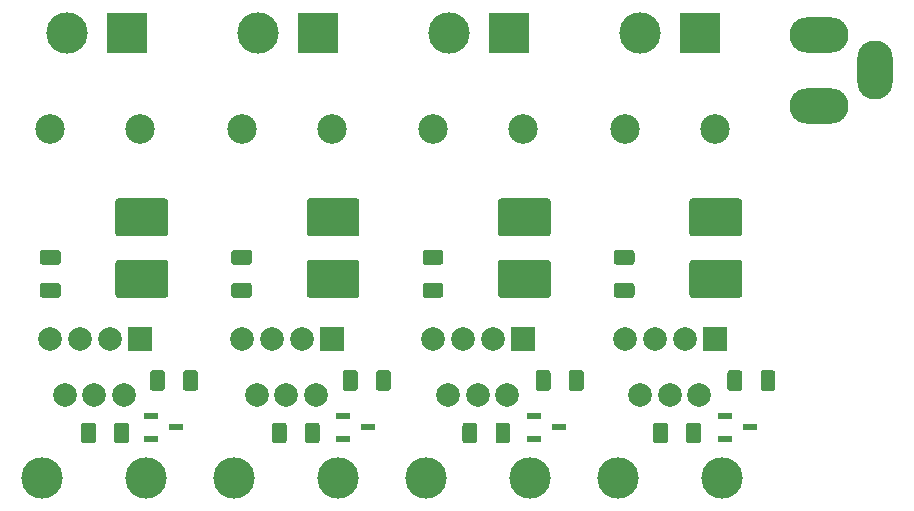
<source format=gbr>
%TF.GenerationSoftware,KiCad,Pcbnew,(5.1.4)-1*%
%TF.CreationDate,2022-10-13T23:08:16+01:00*%
%TF.ProjectId,LED_Quad,4c45445f-5175-4616-942e-6b696361645f,rev?*%
%TF.SameCoordinates,Original*%
%TF.FileFunction,Soldermask,Top*%
%TF.FilePolarity,Negative*%
%FSLAX46Y46*%
G04 Gerber Fmt 4.6, Leading zero omitted, Abs format (unit mm)*
G04 Created by KiCad (PCBNEW (5.1.4)-1) date 2022-10-13 23:08:16*
%MOMM*%
%LPD*%
G04 APERTURE LIST*
%ADD10C,3.500000*%
%ADD11C,2.000000*%
%ADD12R,3.500000X3.500000*%
%ADD13O,3.000000X5.000000*%
%ADD14O,5.000000X3.000000*%
%ADD15C,2.500000*%
%ADD16R,2.000000X2.000000*%
%ADD17R,1.240000X0.590000*%
%ADD18C,0.100000*%
%ADD19C,3.200000*%
%ADD20C,1.250000*%
G04 APERTURE END LIST*
D10*
X81235000Y-65064400D03*
X72435000Y-65064400D03*
D11*
X79335000Y-58064400D03*
X76835000Y-58064400D03*
X74335000Y-58064400D03*
D10*
X123047760Y-27365960D03*
D12*
X128127760Y-27365960D03*
D10*
X106861186Y-27391360D03*
D12*
X111941186Y-27391360D03*
D10*
X90674613Y-27391360D03*
D12*
X95754613Y-27391360D03*
D10*
X74488040Y-27391360D03*
D12*
X79568040Y-27391360D03*
D13*
X142891240Y-30538160D03*
D14*
X138191240Y-27538160D03*
X138191240Y-33538160D03*
D15*
X121726880Y-35501880D03*
D11*
X121726880Y-53281880D03*
X124266880Y-53281880D03*
X126806880Y-53281880D03*
D16*
X129346880Y-53281880D03*
D15*
X129346880Y-35501880D03*
X105521680Y-35501880D03*
D11*
X105521680Y-53281880D03*
X108061680Y-53281880D03*
X110601680Y-53281880D03*
D16*
X113141680Y-53281880D03*
D15*
X113141680Y-35501880D03*
X89316480Y-35501880D03*
D11*
X89316480Y-53281880D03*
X91856480Y-53281880D03*
X94396480Y-53281880D03*
D16*
X96936480Y-53281880D03*
D15*
X96936480Y-35501880D03*
X73111280Y-35501880D03*
D11*
X73111280Y-53281880D03*
X75651280Y-53281880D03*
X78191280Y-53281880D03*
D16*
X80731280Y-53281880D03*
D15*
X80731280Y-35501880D03*
D10*
X113699586Y-65064400D03*
X104899586Y-65064400D03*
D11*
X111799586Y-58064400D03*
X109299586Y-58064400D03*
X106799586Y-58064400D03*
D10*
X97467293Y-65064400D03*
X88667293Y-65064400D03*
D11*
X95567293Y-58064400D03*
X93067293Y-58064400D03*
X90567293Y-58064400D03*
D17*
X116166106Y-60756800D03*
X114056106Y-61706800D03*
X114056106Y-59806800D03*
X99964293Y-60756800D03*
X97854293Y-61706800D03*
X97854293Y-59806800D03*
D10*
X129931880Y-65064400D03*
X121131880Y-65064400D03*
D11*
X128031880Y-58064400D03*
X125531880Y-58064400D03*
X123031880Y-58064400D03*
D17*
X132367920Y-60756800D03*
X130257920Y-61706800D03*
X130257920Y-59806800D03*
X83762480Y-60756800D03*
X81652480Y-61706800D03*
X81652480Y-59806800D03*
D18*
G36*
X115242864Y-46584044D02*
G01*
X115267133Y-46587644D01*
X115290931Y-46593605D01*
X115314031Y-46601870D01*
X115336209Y-46612360D01*
X115357253Y-46624973D01*
X115376958Y-46639587D01*
X115395137Y-46656063D01*
X115411613Y-46674242D01*
X115426227Y-46693947D01*
X115438840Y-46714991D01*
X115449330Y-46737169D01*
X115457595Y-46760269D01*
X115463556Y-46784067D01*
X115467156Y-46808336D01*
X115468360Y-46832840D01*
X115468360Y-49532840D01*
X115467156Y-49557344D01*
X115463556Y-49581613D01*
X115457595Y-49605411D01*
X115449330Y-49628511D01*
X115438840Y-49650689D01*
X115426227Y-49671733D01*
X115411613Y-49691438D01*
X115395137Y-49709617D01*
X115376958Y-49726093D01*
X115357253Y-49740707D01*
X115336209Y-49753320D01*
X115314031Y-49763810D01*
X115290931Y-49772075D01*
X115267133Y-49778036D01*
X115242864Y-49781636D01*
X115218360Y-49782840D01*
X111268360Y-49782840D01*
X111243856Y-49781636D01*
X111219587Y-49778036D01*
X111195789Y-49772075D01*
X111172689Y-49763810D01*
X111150511Y-49753320D01*
X111129467Y-49740707D01*
X111109762Y-49726093D01*
X111091583Y-49709617D01*
X111075107Y-49691438D01*
X111060493Y-49671733D01*
X111047880Y-49650689D01*
X111037390Y-49628511D01*
X111029125Y-49605411D01*
X111023164Y-49581613D01*
X111019564Y-49557344D01*
X111018360Y-49532840D01*
X111018360Y-46832840D01*
X111019564Y-46808336D01*
X111023164Y-46784067D01*
X111029125Y-46760269D01*
X111037390Y-46737169D01*
X111047880Y-46714991D01*
X111060493Y-46693947D01*
X111075107Y-46674242D01*
X111091583Y-46656063D01*
X111109762Y-46639587D01*
X111129467Y-46624973D01*
X111150511Y-46612360D01*
X111172689Y-46601870D01*
X111195789Y-46593605D01*
X111219587Y-46587644D01*
X111243856Y-46584044D01*
X111268360Y-46582840D01*
X115218360Y-46582840D01*
X115242864Y-46584044D01*
X115242864Y-46584044D01*
G37*
D19*
X113243360Y-48182840D03*
D18*
G36*
X115242864Y-41384044D02*
G01*
X115267133Y-41387644D01*
X115290931Y-41393605D01*
X115314031Y-41401870D01*
X115336209Y-41412360D01*
X115357253Y-41424973D01*
X115376958Y-41439587D01*
X115395137Y-41456063D01*
X115411613Y-41474242D01*
X115426227Y-41493947D01*
X115438840Y-41514991D01*
X115449330Y-41537169D01*
X115457595Y-41560269D01*
X115463556Y-41584067D01*
X115467156Y-41608336D01*
X115468360Y-41632840D01*
X115468360Y-44332840D01*
X115467156Y-44357344D01*
X115463556Y-44381613D01*
X115457595Y-44405411D01*
X115449330Y-44428511D01*
X115438840Y-44450689D01*
X115426227Y-44471733D01*
X115411613Y-44491438D01*
X115395137Y-44509617D01*
X115376958Y-44526093D01*
X115357253Y-44540707D01*
X115336209Y-44553320D01*
X115314031Y-44563810D01*
X115290931Y-44572075D01*
X115267133Y-44578036D01*
X115242864Y-44581636D01*
X115218360Y-44582840D01*
X111268360Y-44582840D01*
X111243856Y-44581636D01*
X111219587Y-44578036D01*
X111195789Y-44572075D01*
X111172689Y-44563810D01*
X111150511Y-44553320D01*
X111129467Y-44540707D01*
X111109762Y-44526093D01*
X111091583Y-44509617D01*
X111075107Y-44491438D01*
X111060493Y-44471733D01*
X111047880Y-44450689D01*
X111037390Y-44428511D01*
X111029125Y-44405411D01*
X111023164Y-44381613D01*
X111019564Y-44357344D01*
X111018360Y-44332840D01*
X111018360Y-41632840D01*
X111019564Y-41608336D01*
X111023164Y-41584067D01*
X111029125Y-41560269D01*
X111037390Y-41537169D01*
X111047880Y-41514991D01*
X111060493Y-41493947D01*
X111075107Y-41474242D01*
X111091583Y-41456063D01*
X111109762Y-41439587D01*
X111129467Y-41424973D01*
X111150511Y-41412360D01*
X111172689Y-41401870D01*
X111195789Y-41393605D01*
X111219587Y-41387644D01*
X111243856Y-41384044D01*
X111268360Y-41382840D01*
X115218360Y-41382840D01*
X115242864Y-41384044D01*
X115242864Y-41384044D01*
G37*
D19*
X113243360Y-42982840D03*
D18*
G36*
X99042744Y-46584044D02*
G01*
X99067013Y-46587644D01*
X99090811Y-46593605D01*
X99113911Y-46601870D01*
X99136089Y-46612360D01*
X99157133Y-46624973D01*
X99176838Y-46639587D01*
X99195017Y-46656063D01*
X99211493Y-46674242D01*
X99226107Y-46693947D01*
X99238720Y-46714991D01*
X99249210Y-46737169D01*
X99257475Y-46760269D01*
X99263436Y-46784067D01*
X99267036Y-46808336D01*
X99268240Y-46832840D01*
X99268240Y-49532840D01*
X99267036Y-49557344D01*
X99263436Y-49581613D01*
X99257475Y-49605411D01*
X99249210Y-49628511D01*
X99238720Y-49650689D01*
X99226107Y-49671733D01*
X99211493Y-49691438D01*
X99195017Y-49709617D01*
X99176838Y-49726093D01*
X99157133Y-49740707D01*
X99136089Y-49753320D01*
X99113911Y-49763810D01*
X99090811Y-49772075D01*
X99067013Y-49778036D01*
X99042744Y-49781636D01*
X99018240Y-49782840D01*
X95068240Y-49782840D01*
X95043736Y-49781636D01*
X95019467Y-49778036D01*
X94995669Y-49772075D01*
X94972569Y-49763810D01*
X94950391Y-49753320D01*
X94929347Y-49740707D01*
X94909642Y-49726093D01*
X94891463Y-49709617D01*
X94874987Y-49691438D01*
X94860373Y-49671733D01*
X94847760Y-49650689D01*
X94837270Y-49628511D01*
X94829005Y-49605411D01*
X94823044Y-49581613D01*
X94819444Y-49557344D01*
X94818240Y-49532840D01*
X94818240Y-46832840D01*
X94819444Y-46808336D01*
X94823044Y-46784067D01*
X94829005Y-46760269D01*
X94837270Y-46737169D01*
X94847760Y-46714991D01*
X94860373Y-46693947D01*
X94874987Y-46674242D01*
X94891463Y-46656063D01*
X94909642Y-46639587D01*
X94929347Y-46624973D01*
X94950391Y-46612360D01*
X94972569Y-46601870D01*
X94995669Y-46593605D01*
X95019467Y-46587644D01*
X95043736Y-46584044D01*
X95068240Y-46582840D01*
X99018240Y-46582840D01*
X99042744Y-46584044D01*
X99042744Y-46584044D01*
G37*
D19*
X97043240Y-48182840D03*
D18*
G36*
X99042744Y-41384044D02*
G01*
X99067013Y-41387644D01*
X99090811Y-41393605D01*
X99113911Y-41401870D01*
X99136089Y-41412360D01*
X99157133Y-41424973D01*
X99176838Y-41439587D01*
X99195017Y-41456063D01*
X99211493Y-41474242D01*
X99226107Y-41493947D01*
X99238720Y-41514991D01*
X99249210Y-41537169D01*
X99257475Y-41560269D01*
X99263436Y-41584067D01*
X99267036Y-41608336D01*
X99268240Y-41632840D01*
X99268240Y-44332840D01*
X99267036Y-44357344D01*
X99263436Y-44381613D01*
X99257475Y-44405411D01*
X99249210Y-44428511D01*
X99238720Y-44450689D01*
X99226107Y-44471733D01*
X99211493Y-44491438D01*
X99195017Y-44509617D01*
X99176838Y-44526093D01*
X99157133Y-44540707D01*
X99136089Y-44553320D01*
X99113911Y-44563810D01*
X99090811Y-44572075D01*
X99067013Y-44578036D01*
X99042744Y-44581636D01*
X99018240Y-44582840D01*
X95068240Y-44582840D01*
X95043736Y-44581636D01*
X95019467Y-44578036D01*
X94995669Y-44572075D01*
X94972569Y-44563810D01*
X94950391Y-44553320D01*
X94929347Y-44540707D01*
X94909642Y-44526093D01*
X94891463Y-44509617D01*
X94874987Y-44491438D01*
X94860373Y-44471733D01*
X94847760Y-44450689D01*
X94837270Y-44428511D01*
X94829005Y-44405411D01*
X94823044Y-44381613D01*
X94819444Y-44357344D01*
X94818240Y-44332840D01*
X94818240Y-41632840D01*
X94819444Y-41608336D01*
X94823044Y-41584067D01*
X94829005Y-41560269D01*
X94837270Y-41537169D01*
X94847760Y-41514991D01*
X94860373Y-41493947D01*
X94874987Y-41474242D01*
X94891463Y-41456063D01*
X94909642Y-41439587D01*
X94929347Y-41424973D01*
X94950391Y-41412360D01*
X94972569Y-41401870D01*
X94995669Y-41393605D01*
X95019467Y-41387644D01*
X95043736Y-41384044D01*
X95068240Y-41382840D01*
X99018240Y-41382840D01*
X99042744Y-41384044D01*
X99042744Y-41384044D01*
G37*
D19*
X97043240Y-42982840D03*
D18*
G36*
X131442984Y-46584044D02*
G01*
X131467253Y-46587644D01*
X131491051Y-46593605D01*
X131514151Y-46601870D01*
X131536329Y-46612360D01*
X131557373Y-46624973D01*
X131577078Y-46639587D01*
X131595257Y-46656063D01*
X131611733Y-46674242D01*
X131626347Y-46693947D01*
X131638960Y-46714991D01*
X131649450Y-46737169D01*
X131657715Y-46760269D01*
X131663676Y-46784067D01*
X131667276Y-46808336D01*
X131668480Y-46832840D01*
X131668480Y-49532840D01*
X131667276Y-49557344D01*
X131663676Y-49581613D01*
X131657715Y-49605411D01*
X131649450Y-49628511D01*
X131638960Y-49650689D01*
X131626347Y-49671733D01*
X131611733Y-49691438D01*
X131595257Y-49709617D01*
X131577078Y-49726093D01*
X131557373Y-49740707D01*
X131536329Y-49753320D01*
X131514151Y-49763810D01*
X131491051Y-49772075D01*
X131467253Y-49778036D01*
X131442984Y-49781636D01*
X131418480Y-49782840D01*
X127468480Y-49782840D01*
X127443976Y-49781636D01*
X127419707Y-49778036D01*
X127395909Y-49772075D01*
X127372809Y-49763810D01*
X127350631Y-49753320D01*
X127329587Y-49740707D01*
X127309882Y-49726093D01*
X127291703Y-49709617D01*
X127275227Y-49691438D01*
X127260613Y-49671733D01*
X127248000Y-49650689D01*
X127237510Y-49628511D01*
X127229245Y-49605411D01*
X127223284Y-49581613D01*
X127219684Y-49557344D01*
X127218480Y-49532840D01*
X127218480Y-46832840D01*
X127219684Y-46808336D01*
X127223284Y-46784067D01*
X127229245Y-46760269D01*
X127237510Y-46737169D01*
X127248000Y-46714991D01*
X127260613Y-46693947D01*
X127275227Y-46674242D01*
X127291703Y-46656063D01*
X127309882Y-46639587D01*
X127329587Y-46624973D01*
X127350631Y-46612360D01*
X127372809Y-46601870D01*
X127395909Y-46593605D01*
X127419707Y-46587644D01*
X127443976Y-46584044D01*
X127468480Y-46582840D01*
X131418480Y-46582840D01*
X131442984Y-46584044D01*
X131442984Y-46584044D01*
G37*
D19*
X129443480Y-48182840D03*
D18*
G36*
X131442984Y-41384044D02*
G01*
X131467253Y-41387644D01*
X131491051Y-41393605D01*
X131514151Y-41401870D01*
X131536329Y-41412360D01*
X131557373Y-41424973D01*
X131577078Y-41439587D01*
X131595257Y-41456063D01*
X131611733Y-41474242D01*
X131626347Y-41493947D01*
X131638960Y-41514991D01*
X131649450Y-41537169D01*
X131657715Y-41560269D01*
X131663676Y-41584067D01*
X131667276Y-41608336D01*
X131668480Y-41632840D01*
X131668480Y-44332840D01*
X131667276Y-44357344D01*
X131663676Y-44381613D01*
X131657715Y-44405411D01*
X131649450Y-44428511D01*
X131638960Y-44450689D01*
X131626347Y-44471733D01*
X131611733Y-44491438D01*
X131595257Y-44509617D01*
X131577078Y-44526093D01*
X131557373Y-44540707D01*
X131536329Y-44553320D01*
X131514151Y-44563810D01*
X131491051Y-44572075D01*
X131467253Y-44578036D01*
X131442984Y-44581636D01*
X131418480Y-44582840D01*
X127468480Y-44582840D01*
X127443976Y-44581636D01*
X127419707Y-44578036D01*
X127395909Y-44572075D01*
X127372809Y-44563810D01*
X127350631Y-44553320D01*
X127329587Y-44540707D01*
X127309882Y-44526093D01*
X127291703Y-44509617D01*
X127275227Y-44491438D01*
X127260613Y-44471733D01*
X127248000Y-44450689D01*
X127237510Y-44428511D01*
X127229245Y-44405411D01*
X127223284Y-44381613D01*
X127219684Y-44357344D01*
X127218480Y-44332840D01*
X127218480Y-41632840D01*
X127219684Y-41608336D01*
X127223284Y-41584067D01*
X127229245Y-41560269D01*
X127237510Y-41537169D01*
X127248000Y-41514991D01*
X127260613Y-41493947D01*
X127275227Y-41474242D01*
X127291703Y-41456063D01*
X127309882Y-41439587D01*
X127329587Y-41424973D01*
X127350631Y-41412360D01*
X127372809Y-41401870D01*
X127395909Y-41393605D01*
X127419707Y-41387644D01*
X127443976Y-41384044D01*
X127468480Y-41382840D01*
X131418480Y-41382840D01*
X131442984Y-41384044D01*
X131442984Y-41384044D01*
G37*
D19*
X129443480Y-42982840D03*
D18*
G36*
X82842624Y-46584044D02*
G01*
X82866893Y-46587644D01*
X82890691Y-46593605D01*
X82913791Y-46601870D01*
X82935969Y-46612360D01*
X82957013Y-46624973D01*
X82976718Y-46639587D01*
X82994897Y-46656063D01*
X83011373Y-46674242D01*
X83025987Y-46693947D01*
X83038600Y-46714991D01*
X83049090Y-46737169D01*
X83057355Y-46760269D01*
X83063316Y-46784067D01*
X83066916Y-46808336D01*
X83068120Y-46832840D01*
X83068120Y-49532840D01*
X83066916Y-49557344D01*
X83063316Y-49581613D01*
X83057355Y-49605411D01*
X83049090Y-49628511D01*
X83038600Y-49650689D01*
X83025987Y-49671733D01*
X83011373Y-49691438D01*
X82994897Y-49709617D01*
X82976718Y-49726093D01*
X82957013Y-49740707D01*
X82935969Y-49753320D01*
X82913791Y-49763810D01*
X82890691Y-49772075D01*
X82866893Y-49778036D01*
X82842624Y-49781636D01*
X82818120Y-49782840D01*
X78868120Y-49782840D01*
X78843616Y-49781636D01*
X78819347Y-49778036D01*
X78795549Y-49772075D01*
X78772449Y-49763810D01*
X78750271Y-49753320D01*
X78729227Y-49740707D01*
X78709522Y-49726093D01*
X78691343Y-49709617D01*
X78674867Y-49691438D01*
X78660253Y-49671733D01*
X78647640Y-49650689D01*
X78637150Y-49628511D01*
X78628885Y-49605411D01*
X78622924Y-49581613D01*
X78619324Y-49557344D01*
X78618120Y-49532840D01*
X78618120Y-46832840D01*
X78619324Y-46808336D01*
X78622924Y-46784067D01*
X78628885Y-46760269D01*
X78637150Y-46737169D01*
X78647640Y-46714991D01*
X78660253Y-46693947D01*
X78674867Y-46674242D01*
X78691343Y-46656063D01*
X78709522Y-46639587D01*
X78729227Y-46624973D01*
X78750271Y-46612360D01*
X78772449Y-46601870D01*
X78795549Y-46593605D01*
X78819347Y-46587644D01*
X78843616Y-46584044D01*
X78868120Y-46582840D01*
X82818120Y-46582840D01*
X82842624Y-46584044D01*
X82842624Y-46584044D01*
G37*
D19*
X80843120Y-48182840D03*
D18*
G36*
X82842624Y-41384044D02*
G01*
X82866893Y-41387644D01*
X82890691Y-41393605D01*
X82913791Y-41401870D01*
X82935969Y-41412360D01*
X82957013Y-41424973D01*
X82976718Y-41439587D01*
X82994897Y-41456063D01*
X83011373Y-41474242D01*
X83025987Y-41493947D01*
X83038600Y-41514991D01*
X83049090Y-41537169D01*
X83057355Y-41560269D01*
X83063316Y-41584067D01*
X83066916Y-41608336D01*
X83068120Y-41632840D01*
X83068120Y-44332840D01*
X83066916Y-44357344D01*
X83063316Y-44381613D01*
X83057355Y-44405411D01*
X83049090Y-44428511D01*
X83038600Y-44450689D01*
X83025987Y-44471733D01*
X83011373Y-44491438D01*
X82994897Y-44509617D01*
X82976718Y-44526093D01*
X82957013Y-44540707D01*
X82935969Y-44553320D01*
X82913791Y-44563810D01*
X82890691Y-44572075D01*
X82866893Y-44578036D01*
X82842624Y-44581636D01*
X82818120Y-44582840D01*
X78868120Y-44582840D01*
X78843616Y-44581636D01*
X78819347Y-44578036D01*
X78795549Y-44572075D01*
X78772449Y-44563810D01*
X78750271Y-44553320D01*
X78729227Y-44540707D01*
X78709522Y-44526093D01*
X78691343Y-44509617D01*
X78674867Y-44491438D01*
X78660253Y-44471733D01*
X78647640Y-44450689D01*
X78637150Y-44428511D01*
X78628885Y-44405411D01*
X78622924Y-44381613D01*
X78619324Y-44357344D01*
X78618120Y-44332840D01*
X78618120Y-41632840D01*
X78619324Y-41608336D01*
X78622924Y-41584067D01*
X78628885Y-41560269D01*
X78637150Y-41537169D01*
X78647640Y-41514991D01*
X78660253Y-41493947D01*
X78674867Y-41474242D01*
X78691343Y-41456063D01*
X78709522Y-41439587D01*
X78729227Y-41424973D01*
X78750271Y-41412360D01*
X78772449Y-41401870D01*
X78795549Y-41393605D01*
X78819347Y-41387644D01*
X78843616Y-41384044D01*
X78868120Y-41382840D01*
X82818120Y-41382840D01*
X82842624Y-41384044D01*
X82842624Y-41384044D01*
G37*
D19*
X80843120Y-42982840D03*
D18*
G36*
X118031596Y-55920604D02*
G01*
X118055865Y-55924204D01*
X118079663Y-55930165D01*
X118102763Y-55938430D01*
X118124941Y-55948920D01*
X118145985Y-55961533D01*
X118165690Y-55976147D01*
X118183869Y-55992623D01*
X118200345Y-56010802D01*
X118214959Y-56030507D01*
X118227572Y-56051551D01*
X118238062Y-56073729D01*
X118246327Y-56096829D01*
X118252288Y-56120627D01*
X118255888Y-56144896D01*
X118257092Y-56169400D01*
X118257092Y-57419400D01*
X118255888Y-57443904D01*
X118252288Y-57468173D01*
X118246327Y-57491971D01*
X118238062Y-57515071D01*
X118227572Y-57537249D01*
X118214959Y-57558293D01*
X118200345Y-57577998D01*
X118183869Y-57596177D01*
X118165690Y-57612653D01*
X118145985Y-57627267D01*
X118124941Y-57639880D01*
X118102763Y-57650370D01*
X118079663Y-57658635D01*
X118055865Y-57664596D01*
X118031596Y-57668196D01*
X118007092Y-57669400D01*
X117257092Y-57669400D01*
X117232588Y-57668196D01*
X117208319Y-57664596D01*
X117184521Y-57658635D01*
X117161421Y-57650370D01*
X117139243Y-57639880D01*
X117118199Y-57627267D01*
X117098494Y-57612653D01*
X117080315Y-57596177D01*
X117063839Y-57577998D01*
X117049225Y-57558293D01*
X117036612Y-57537249D01*
X117026122Y-57515071D01*
X117017857Y-57491971D01*
X117011896Y-57468173D01*
X117008296Y-57443904D01*
X117007092Y-57419400D01*
X117007092Y-56169400D01*
X117008296Y-56144896D01*
X117011896Y-56120627D01*
X117017857Y-56096829D01*
X117026122Y-56073729D01*
X117036612Y-56051551D01*
X117049225Y-56030507D01*
X117063839Y-56010802D01*
X117080315Y-55992623D01*
X117098494Y-55976147D01*
X117118199Y-55961533D01*
X117139243Y-55948920D01*
X117161421Y-55938430D01*
X117184521Y-55930165D01*
X117208319Y-55924204D01*
X117232588Y-55920604D01*
X117257092Y-55919400D01*
X118007092Y-55919400D01*
X118031596Y-55920604D01*
X118031596Y-55920604D01*
G37*
D20*
X117632092Y-56794400D03*
D18*
G36*
X115231596Y-55920604D02*
G01*
X115255865Y-55924204D01*
X115279663Y-55930165D01*
X115302763Y-55938430D01*
X115324941Y-55948920D01*
X115345985Y-55961533D01*
X115365690Y-55976147D01*
X115383869Y-55992623D01*
X115400345Y-56010802D01*
X115414959Y-56030507D01*
X115427572Y-56051551D01*
X115438062Y-56073729D01*
X115446327Y-56096829D01*
X115452288Y-56120627D01*
X115455888Y-56144896D01*
X115457092Y-56169400D01*
X115457092Y-57419400D01*
X115455888Y-57443904D01*
X115452288Y-57468173D01*
X115446327Y-57491971D01*
X115438062Y-57515071D01*
X115427572Y-57537249D01*
X115414959Y-57558293D01*
X115400345Y-57577998D01*
X115383869Y-57596177D01*
X115365690Y-57612653D01*
X115345985Y-57627267D01*
X115324941Y-57639880D01*
X115302763Y-57650370D01*
X115279663Y-57658635D01*
X115255865Y-57664596D01*
X115231596Y-57668196D01*
X115207092Y-57669400D01*
X114457092Y-57669400D01*
X114432588Y-57668196D01*
X114408319Y-57664596D01*
X114384521Y-57658635D01*
X114361421Y-57650370D01*
X114339243Y-57639880D01*
X114318199Y-57627267D01*
X114298494Y-57612653D01*
X114280315Y-57596177D01*
X114263839Y-57577998D01*
X114249225Y-57558293D01*
X114236612Y-57537249D01*
X114226122Y-57515071D01*
X114217857Y-57491971D01*
X114211896Y-57468173D01*
X114208296Y-57443904D01*
X114207092Y-57419400D01*
X114207092Y-56169400D01*
X114208296Y-56144896D01*
X114211896Y-56120627D01*
X114217857Y-56096829D01*
X114226122Y-56073729D01*
X114236612Y-56051551D01*
X114249225Y-56030507D01*
X114263839Y-56010802D01*
X114280315Y-55992623D01*
X114298494Y-55976147D01*
X114318199Y-55961533D01*
X114339243Y-55948920D01*
X114361421Y-55938430D01*
X114384521Y-55930165D01*
X114408319Y-55924204D01*
X114432588Y-55920604D01*
X114457092Y-55919400D01*
X115207092Y-55919400D01*
X115231596Y-55920604D01*
X115231596Y-55920604D01*
G37*
D20*
X114832092Y-56794400D03*
D18*
G36*
X101701090Y-55920604D02*
G01*
X101725359Y-55924204D01*
X101749157Y-55930165D01*
X101772257Y-55938430D01*
X101794435Y-55948920D01*
X101815479Y-55961533D01*
X101835184Y-55976147D01*
X101853363Y-55992623D01*
X101869839Y-56010802D01*
X101884453Y-56030507D01*
X101897066Y-56051551D01*
X101907556Y-56073729D01*
X101915821Y-56096829D01*
X101921782Y-56120627D01*
X101925382Y-56144896D01*
X101926586Y-56169400D01*
X101926586Y-57419400D01*
X101925382Y-57443904D01*
X101921782Y-57468173D01*
X101915821Y-57491971D01*
X101907556Y-57515071D01*
X101897066Y-57537249D01*
X101884453Y-57558293D01*
X101869839Y-57577998D01*
X101853363Y-57596177D01*
X101835184Y-57612653D01*
X101815479Y-57627267D01*
X101794435Y-57639880D01*
X101772257Y-57650370D01*
X101749157Y-57658635D01*
X101725359Y-57664596D01*
X101701090Y-57668196D01*
X101676586Y-57669400D01*
X100926586Y-57669400D01*
X100902082Y-57668196D01*
X100877813Y-57664596D01*
X100854015Y-57658635D01*
X100830915Y-57650370D01*
X100808737Y-57639880D01*
X100787693Y-57627267D01*
X100767988Y-57612653D01*
X100749809Y-57596177D01*
X100733333Y-57577998D01*
X100718719Y-57558293D01*
X100706106Y-57537249D01*
X100695616Y-57515071D01*
X100687351Y-57491971D01*
X100681390Y-57468173D01*
X100677790Y-57443904D01*
X100676586Y-57419400D01*
X100676586Y-56169400D01*
X100677790Y-56144896D01*
X100681390Y-56120627D01*
X100687351Y-56096829D01*
X100695616Y-56073729D01*
X100706106Y-56051551D01*
X100718719Y-56030507D01*
X100733333Y-56010802D01*
X100749809Y-55992623D01*
X100767988Y-55976147D01*
X100787693Y-55961533D01*
X100808737Y-55948920D01*
X100830915Y-55938430D01*
X100854015Y-55930165D01*
X100877813Y-55924204D01*
X100902082Y-55920604D01*
X100926586Y-55919400D01*
X101676586Y-55919400D01*
X101701090Y-55920604D01*
X101701090Y-55920604D01*
G37*
D20*
X101301586Y-56794400D03*
D18*
G36*
X98901090Y-55920604D02*
G01*
X98925359Y-55924204D01*
X98949157Y-55930165D01*
X98972257Y-55938430D01*
X98994435Y-55948920D01*
X99015479Y-55961533D01*
X99035184Y-55976147D01*
X99053363Y-55992623D01*
X99069839Y-56010802D01*
X99084453Y-56030507D01*
X99097066Y-56051551D01*
X99107556Y-56073729D01*
X99115821Y-56096829D01*
X99121782Y-56120627D01*
X99125382Y-56144896D01*
X99126586Y-56169400D01*
X99126586Y-57419400D01*
X99125382Y-57443904D01*
X99121782Y-57468173D01*
X99115821Y-57491971D01*
X99107556Y-57515071D01*
X99097066Y-57537249D01*
X99084453Y-57558293D01*
X99069839Y-57577998D01*
X99053363Y-57596177D01*
X99035184Y-57612653D01*
X99015479Y-57627267D01*
X98994435Y-57639880D01*
X98972257Y-57650370D01*
X98949157Y-57658635D01*
X98925359Y-57664596D01*
X98901090Y-57668196D01*
X98876586Y-57669400D01*
X98126586Y-57669400D01*
X98102082Y-57668196D01*
X98077813Y-57664596D01*
X98054015Y-57658635D01*
X98030915Y-57650370D01*
X98008737Y-57639880D01*
X97987693Y-57627267D01*
X97967988Y-57612653D01*
X97949809Y-57596177D01*
X97933333Y-57577998D01*
X97918719Y-57558293D01*
X97906106Y-57537249D01*
X97895616Y-57515071D01*
X97887351Y-57491971D01*
X97881390Y-57468173D01*
X97877790Y-57443904D01*
X97876586Y-57419400D01*
X97876586Y-56169400D01*
X97877790Y-56144896D01*
X97881390Y-56120627D01*
X97887351Y-56096829D01*
X97895616Y-56073729D01*
X97906106Y-56051551D01*
X97918719Y-56030507D01*
X97933333Y-56010802D01*
X97949809Y-55992623D01*
X97967988Y-55976147D01*
X97987693Y-55961533D01*
X98008737Y-55948920D01*
X98030915Y-55938430D01*
X98054015Y-55930165D01*
X98077813Y-55924204D01*
X98102082Y-55920604D01*
X98126586Y-55919400D01*
X98876586Y-55919400D01*
X98901090Y-55920604D01*
X98901090Y-55920604D01*
G37*
D20*
X98501586Y-56794400D03*
D18*
G36*
X111823836Y-60360524D02*
G01*
X111848105Y-60364124D01*
X111871903Y-60370085D01*
X111895003Y-60378350D01*
X111917181Y-60388840D01*
X111938225Y-60401453D01*
X111957930Y-60416067D01*
X111976109Y-60432543D01*
X111992585Y-60450722D01*
X112007199Y-60470427D01*
X112019812Y-60491471D01*
X112030302Y-60513649D01*
X112038567Y-60536749D01*
X112044528Y-60560547D01*
X112048128Y-60584816D01*
X112049332Y-60609320D01*
X112049332Y-61859320D01*
X112048128Y-61883824D01*
X112044528Y-61908093D01*
X112038567Y-61931891D01*
X112030302Y-61954991D01*
X112019812Y-61977169D01*
X112007199Y-61998213D01*
X111992585Y-62017918D01*
X111976109Y-62036097D01*
X111957930Y-62052573D01*
X111938225Y-62067187D01*
X111917181Y-62079800D01*
X111895003Y-62090290D01*
X111871903Y-62098555D01*
X111848105Y-62104516D01*
X111823836Y-62108116D01*
X111799332Y-62109320D01*
X111049332Y-62109320D01*
X111024828Y-62108116D01*
X111000559Y-62104516D01*
X110976761Y-62098555D01*
X110953661Y-62090290D01*
X110931483Y-62079800D01*
X110910439Y-62067187D01*
X110890734Y-62052573D01*
X110872555Y-62036097D01*
X110856079Y-62017918D01*
X110841465Y-61998213D01*
X110828852Y-61977169D01*
X110818362Y-61954991D01*
X110810097Y-61931891D01*
X110804136Y-61908093D01*
X110800536Y-61883824D01*
X110799332Y-61859320D01*
X110799332Y-60609320D01*
X110800536Y-60584816D01*
X110804136Y-60560547D01*
X110810097Y-60536749D01*
X110818362Y-60513649D01*
X110828852Y-60491471D01*
X110841465Y-60470427D01*
X110856079Y-60450722D01*
X110872555Y-60432543D01*
X110890734Y-60416067D01*
X110910439Y-60401453D01*
X110931483Y-60388840D01*
X110953661Y-60378350D01*
X110976761Y-60370085D01*
X111000559Y-60364124D01*
X111024828Y-60360524D01*
X111049332Y-60359320D01*
X111799332Y-60359320D01*
X111823836Y-60360524D01*
X111823836Y-60360524D01*
G37*
D20*
X111424332Y-61234320D03*
D18*
G36*
X109023836Y-60360524D02*
G01*
X109048105Y-60364124D01*
X109071903Y-60370085D01*
X109095003Y-60378350D01*
X109117181Y-60388840D01*
X109138225Y-60401453D01*
X109157930Y-60416067D01*
X109176109Y-60432543D01*
X109192585Y-60450722D01*
X109207199Y-60470427D01*
X109219812Y-60491471D01*
X109230302Y-60513649D01*
X109238567Y-60536749D01*
X109244528Y-60560547D01*
X109248128Y-60584816D01*
X109249332Y-60609320D01*
X109249332Y-61859320D01*
X109248128Y-61883824D01*
X109244528Y-61908093D01*
X109238567Y-61931891D01*
X109230302Y-61954991D01*
X109219812Y-61977169D01*
X109207199Y-61998213D01*
X109192585Y-62017918D01*
X109176109Y-62036097D01*
X109157930Y-62052573D01*
X109138225Y-62067187D01*
X109117181Y-62079800D01*
X109095003Y-62090290D01*
X109071903Y-62098555D01*
X109048105Y-62104516D01*
X109023836Y-62108116D01*
X108999332Y-62109320D01*
X108249332Y-62109320D01*
X108224828Y-62108116D01*
X108200559Y-62104516D01*
X108176761Y-62098555D01*
X108153661Y-62090290D01*
X108131483Y-62079800D01*
X108110439Y-62067187D01*
X108090734Y-62052573D01*
X108072555Y-62036097D01*
X108056079Y-62017918D01*
X108041465Y-61998213D01*
X108028852Y-61977169D01*
X108018362Y-61954991D01*
X108010097Y-61931891D01*
X108004136Y-61908093D01*
X108000536Y-61883824D01*
X107999332Y-61859320D01*
X107999332Y-60609320D01*
X108000536Y-60584816D01*
X108004136Y-60560547D01*
X108010097Y-60536749D01*
X108018362Y-60513649D01*
X108028852Y-60491471D01*
X108041465Y-60470427D01*
X108056079Y-60450722D01*
X108072555Y-60432543D01*
X108090734Y-60416067D01*
X108110439Y-60401453D01*
X108131483Y-60388840D01*
X108153661Y-60378350D01*
X108176761Y-60370085D01*
X108200559Y-60364124D01*
X108224828Y-60360524D01*
X108249332Y-60359320D01*
X108999332Y-60359320D01*
X109023836Y-60360524D01*
X109023836Y-60360524D01*
G37*
D20*
X108624332Y-61234320D03*
D18*
G36*
X95681290Y-60360524D02*
G01*
X95705559Y-60364124D01*
X95729357Y-60370085D01*
X95752457Y-60378350D01*
X95774635Y-60388840D01*
X95795679Y-60401453D01*
X95815384Y-60416067D01*
X95833563Y-60432543D01*
X95850039Y-60450722D01*
X95864653Y-60470427D01*
X95877266Y-60491471D01*
X95887756Y-60513649D01*
X95896021Y-60536749D01*
X95901982Y-60560547D01*
X95905582Y-60584816D01*
X95906786Y-60609320D01*
X95906786Y-61859320D01*
X95905582Y-61883824D01*
X95901982Y-61908093D01*
X95896021Y-61931891D01*
X95887756Y-61954991D01*
X95877266Y-61977169D01*
X95864653Y-61998213D01*
X95850039Y-62017918D01*
X95833563Y-62036097D01*
X95815384Y-62052573D01*
X95795679Y-62067187D01*
X95774635Y-62079800D01*
X95752457Y-62090290D01*
X95729357Y-62098555D01*
X95705559Y-62104516D01*
X95681290Y-62108116D01*
X95656786Y-62109320D01*
X94906786Y-62109320D01*
X94882282Y-62108116D01*
X94858013Y-62104516D01*
X94834215Y-62098555D01*
X94811115Y-62090290D01*
X94788937Y-62079800D01*
X94767893Y-62067187D01*
X94748188Y-62052573D01*
X94730009Y-62036097D01*
X94713533Y-62017918D01*
X94698919Y-61998213D01*
X94686306Y-61977169D01*
X94675816Y-61954991D01*
X94667551Y-61931891D01*
X94661590Y-61908093D01*
X94657990Y-61883824D01*
X94656786Y-61859320D01*
X94656786Y-60609320D01*
X94657990Y-60584816D01*
X94661590Y-60560547D01*
X94667551Y-60536749D01*
X94675816Y-60513649D01*
X94686306Y-60491471D01*
X94698919Y-60470427D01*
X94713533Y-60450722D01*
X94730009Y-60432543D01*
X94748188Y-60416067D01*
X94767893Y-60401453D01*
X94788937Y-60388840D01*
X94811115Y-60378350D01*
X94834215Y-60370085D01*
X94858013Y-60364124D01*
X94882282Y-60360524D01*
X94906786Y-60359320D01*
X95656786Y-60359320D01*
X95681290Y-60360524D01*
X95681290Y-60360524D01*
G37*
D20*
X95281786Y-61234320D03*
D18*
G36*
X92881290Y-60360524D02*
G01*
X92905559Y-60364124D01*
X92929357Y-60370085D01*
X92952457Y-60378350D01*
X92974635Y-60388840D01*
X92995679Y-60401453D01*
X93015384Y-60416067D01*
X93033563Y-60432543D01*
X93050039Y-60450722D01*
X93064653Y-60470427D01*
X93077266Y-60491471D01*
X93087756Y-60513649D01*
X93096021Y-60536749D01*
X93101982Y-60560547D01*
X93105582Y-60584816D01*
X93106786Y-60609320D01*
X93106786Y-61859320D01*
X93105582Y-61883824D01*
X93101982Y-61908093D01*
X93096021Y-61931891D01*
X93087756Y-61954991D01*
X93077266Y-61977169D01*
X93064653Y-61998213D01*
X93050039Y-62017918D01*
X93033563Y-62036097D01*
X93015384Y-62052573D01*
X92995679Y-62067187D01*
X92974635Y-62079800D01*
X92952457Y-62090290D01*
X92929357Y-62098555D01*
X92905559Y-62104516D01*
X92881290Y-62108116D01*
X92856786Y-62109320D01*
X92106786Y-62109320D01*
X92082282Y-62108116D01*
X92058013Y-62104516D01*
X92034215Y-62098555D01*
X92011115Y-62090290D01*
X91988937Y-62079800D01*
X91967893Y-62067187D01*
X91948188Y-62052573D01*
X91930009Y-62036097D01*
X91913533Y-62017918D01*
X91898919Y-61998213D01*
X91886306Y-61977169D01*
X91875816Y-61954991D01*
X91867551Y-61931891D01*
X91861590Y-61908093D01*
X91857990Y-61883824D01*
X91856786Y-61859320D01*
X91856786Y-60609320D01*
X91857990Y-60584816D01*
X91861590Y-60560547D01*
X91867551Y-60536749D01*
X91875816Y-60513649D01*
X91886306Y-60491471D01*
X91898919Y-60470427D01*
X91913533Y-60450722D01*
X91930009Y-60432543D01*
X91948188Y-60416067D01*
X91967893Y-60401453D01*
X91988937Y-60388840D01*
X92011115Y-60378350D01*
X92034215Y-60370085D01*
X92058013Y-60364124D01*
X92082282Y-60360524D01*
X92106786Y-60359320D01*
X92856786Y-60359320D01*
X92881290Y-60360524D01*
X92881290Y-60360524D01*
G37*
D20*
X92481786Y-61234320D03*
D18*
G36*
X89947437Y-48538364D02*
G01*
X89971706Y-48541964D01*
X89995504Y-48547925D01*
X90018604Y-48556190D01*
X90040782Y-48566680D01*
X90061826Y-48579293D01*
X90081531Y-48593907D01*
X90099710Y-48610383D01*
X90116186Y-48628562D01*
X90130800Y-48648267D01*
X90143413Y-48669311D01*
X90153903Y-48691489D01*
X90162168Y-48714589D01*
X90168129Y-48738387D01*
X90171729Y-48762656D01*
X90172933Y-48787160D01*
X90172933Y-49537160D01*
X90171729Y-49561664D01*
X90168129Y-49585933D01*
X90162168Y-49609731D01*
X90153903Y-49632831D01*
X90143413Y-49655009D01*
X90130800Y-49676053D01*
X90116186Y-49695758D01*
X90099710Y-49713937D01*
X90081531Y-49730413D01*
X90061826Y-49745027D01*
X90040782Y-49757640D01*
X90018604Y-49768130D01*
X89995504Y-49776395D01*
X89971706Y-49782356D01*
X89947437Y-49785956D01*
X89922933Y-49787160D01*
X88672933Y-49787160D01*
X88648429Y-49785956D01*
X88624160Y-49782356D01*
X88600362Y-49776395D01*
X88577262Y-49768130D01*
X88555084Y-49757640D01*
X88534040Y-49745027D01*
X88514335Y-49730413D01*
X88496156Y-49713937D01*
X88479680Y-49695758D01*
X88465066Y-49676053D01*
X88452453Y-49655009D01*
X88441963Y-49632831D01*
X88433698Y-49609731D01*
X88427737Y-49585933D01*
X88424137Y-49561664D01*
X88422933Y-49537160D01*
X88422933Y-48787160D01*
X88424137Y-48762656D01*
X88427737Y-48738387D01*
X88433698Y-48714589D01*
X88441963Y-48691489D01*
X88452453Y-48669311D01*
X88465066Y-48648267D01*
X88479680Y-48628562D01*
X88496156Y-48610383D01*
X88514335Y-48593907D01*
X88534040Y-48579293D01*
X88555084Y-48566680D01*
X88577262Y-48556190D01*
X88600362Y-48547925D01*
X88624160Y-48541964D01*
X88648429Y-48538364D01*
X88672933Y-48537160D01*
X89922933Y-48537160D01*
X89947437Y-48538364D01*
X89947437Y-48538364D01*
G37*
D20*
X89297933Y-49162160D03*
D18*
G36*
X89947437Y-45738364D02*
G01*
X89971706Y-45741964D01*
X89995504Y-45747925D01*
X90018604Y-45756190D01*
X90040782Y-45766680D01*
X90061826Y-45779293D01*
X90081531Y-45793907D01*
X90099710Y-45810383D01*
X90116186Y-45828562D01*
X90130800Y-45848267D01*
X90143413Y-45869311D01*
X90153903Y-45891489D01*
X90162168Y-45914589D01*
X90168129Y-45938387D01*
X90171729Y-45962656D01*
X90172933Y-45987160D01*
X90172933Y-46737160D01*
X90171729Y-46761664D01*
X90168129Y-46785933D01*
X90162168Y-46809731D01*
X90153903Y-46832831D01*
X90143413Y-46855009D01*
X90130800Y-46876053D01*
X90116186Y-46895758D01*
X90099710Y-46913937D01*
X90081531Y-46930413D01*
X90061826Y-46945027D01*
X90040782Y-46957640D01*
X90018604Y-46968130D01*
X89995504Y-46976395D01*
X89971706Y-46982356D01*
X89947437Y-46985956D01*
X89922933Y-46987160D01*
X88672933Y-46987160D01*
X88648429Y-46985956D01*
X88624160Y-46982356D01*
X88600362Y-46976395D01*
X88577262Y-46968130D01*
X88555084Y-46957640D01*
X88534040Y-46945027D01*
X88514335Y-46930413D01*
X88496156Y-46913937D01*
X88479680Y-46895758D01*
X88465066Y-46876053D01*
X88452453Y-46855009D01*
X88441963Y-46832831D01*
X88433698Y-46809731D01*
X88427737Y-46785933D01*
X88424137Y-46761664D01*
X88422933Y-46737160D01*
X88422933Y-45987160D01*
X88424137Y-45962656D01*
X88427737Y-45938387D01*
X88433698Y-45914589D01*
X88441963Y-45891489D01*
X88452453Y-45869311D01*
X88465066Y-45848267D01*
X88479680Y-45828562D01*
X88496156Y-45810383D01*
X88514335Y-45793907D01*
X88534040Y-45779293D01*
X88555084Y-45766680D01*
X88577262Y-45756190D01*
X88600362Y-45747925D01*
X88624160Y-45741964D01*
X88648429Y-45738364D01*
X88672933Y-45737160D01*
X89922933Y-45737160D01*
X89947437Y-45738364D01*
X89947437Y-45738364D01*
G37*
D20*
X89297933Y-46362160D03*
D18*
G36*
X106144170Y-48538364D02*
G01*
X106168439Y-48541964D01*
X106192237Y-48547925D01*
X106215337Y-48556190D01*
X106237515Y-48566680D01*
X106258559Y-48579293D01*
X106278264Y-48593907D01*
X106296443Y-48610383D01*
X106312919Y-48628562D01*
X106327533Y-48648267D01*
X106340146Y-48669311D01*
X106350636Y-48691489D01*
X106358901Y-48714589D01*
X106364862Y-48738387D01*
X106368462Y-48762656D01*
X106369666Y-48787160D01*
X106369666Y-49537160D01*
X106368462Y-49561664D01*
X106364862Y-49585933D01*
X106358901Y-49609731D01*
X106350636Y-49632831D01*
X106340146Y-49655009D01*
X106327533Y-49676053D01*
X106312919Y-49695758D01*
X106296443Y-49713937D01*
X106278264Y-49730413D01*
X106258559Y-49745027D01*
X106237515Y-49757640D01*
X106215337Y-49768130D01*
X106192237Y-49776395D01*
X106168439Y-49782356D01*
X106144170Y-49785956D01*
X106119666Y-49787160D01*
X104869666Y-49787160D01*
X104845162Y-49785956D01*
X104820893Y-49782356D01*
X104797095Y-49776395D01*
X104773995Y-49768130D01*
X104751817Y-49757640D01*
X104730773Y-49745027D01*
X104711068Y-49730413D01*
X104692889Y-49713937D01*
X104676413Y-49695758D01*
X104661799Y-49676053D01*
X104649186Y-49655009D01*
X104638696Y-49632831D01*
X104630431Y-49609731D01*
X104624470Y-49585933D01*
X104620870Y-49561664D01*
X104619666Y-49537160D01*
X104619666Y-48787160D01*
X104620870Y-48762656D01*
X104624470Y-48738387D01*
X104630431Y-48714589D01*
X104638696Y-48691489D01*
X104649186Y-48669311D01*
X104661799Y-48648267D01*
X104676413Y-48628562D01*
X104692889Y-48610383D01*
X104711068Y-48593907D01*
X104730773Y-48579293D01*
X104751817Y-48566680D01*
X104773995Y-48556190D01*
X104797095Y-48547925D01*
X104820893Y-48541964D01*
X104845162Y-48538364D01*
X104869666Y-48537160D01*
X106119666Y-48537160D01*
X106144170Y-48538364D01*
X106144170Y-48538364D01*
G37*
D20*
X105494666Y-49162160D03*
D18*
G36*
X106144170Y-45738364D02*
G01*
X106168439Y-45741964D01*
X106192237Y-45747925D01*
X106215337Y-45756190D01*
X106237515Y-45766680D01*
X106258559Y-45779293D01*
X106278264Y-45793907D01*
X106296443Y-45810383D01*
X106312919Y-45828562D01*
X106327533Y-45848267D01*
X106340146Y-45869311D01*
X106350636Y-45891489D01*
X106358901Y-45914589D01*
X106364862Y-45938387D01*
X106368462Y-45962656D01*
X106369666Y-45987160D01*
X106369666Y-46737160D01*
X106368462Y-46761664D01*
X106364862Y-46785933D01*
X106358901Y-46809731D01*
X106350636Y-46832831D01*
X106340146Y-46855009D01*
X106327533Y-46876053D01*
X106312919Y-46895758D01*
X106296443Y-46913937D01*
X106278264Y-46930413D01*
X106258559Y-46945027D01*
X106237515Y-46957640D01*
X106215337Y-46968130D01*
X106192237Y-46976395D01*
X106168439Y-46982356D01*
X106144170Y-46985956D01*
X106119666Y-46987160D01*
X104869666Y-46987160D01*
X104845162Y-46985956D01*
X104820893Y-46982356D01*
X104797095Y-46976395D01*
X104773995Y-46968130D01*
X104751817Y-46957640D01*
X104730773Y-46945027D01*
X104711068Y-46930413D01*
X104692889Y-46913937D01*
X104676413Y-46895758D01*
X104661799Y-46876053D01*
X104649186Y-46855009D01*
X104638696Y-46832831D01*
X104630431Y-46809731D01*
X104624470Y-46785933D01*
X104620870Y-46761664D01*
X104619666Y-46737160D01*
X104619666Y-45987160D01*
X104620870Y-45962656D01*
X104624470Y-45938387D01*
X104630431Y-45914589D01*
X104638696Y-45891489D01*
X104649186Y-45869311D01*
X104661799Y-45848267D01*
X104676413Y-45828562D01*
X104692889Y-45810383D01*
X104711068Y-45793907D01*
X104730773Y-45779293D01*
X104751817Y-45766680D01*
X104773995Y-45756190D01*
X104797095Y-45747925D01*
X104820893Y-45741964D01*
X104845162Y-45738364D01*
X104869666Y-45737160D01*
X106119666Y-45737160D01*
X106144170Y-45738364D01*
X106144170Y-45738364D01*
G37*
D20*
X105494666Y-46362160D03*
D18*
G36*
X134255424Y-55930764D02*
G01*
X134279693Y-55934364D01*
X134303491Y-55940325D01*
X134326591Y-55948590D01*
X134348769Y-55959080D01*
X134369813Y-55971693D01*
X134389518Y-55986307D01*
X134407697Y-56002783D01*
X134424173Y-56020962D01*
X134438787Y-56040667D01*
X134451400Y-56061711D01*
X134461890Y-56083889D01*
X134470155Y-56106989D01*
X134476116Y-56130787D01*
X134479716Y-56155056D01*
X134480920Y-56179560D01*
X134480920Y-57429560D01*
X134479716Y-57454064D01*
X134476116Y-57478333D01*
X134470155Y-57502131D01*
X134461890Y-57525231D01*
X134451400Y-57547409D01*
X134438787Y-57568453D01*
X134424173Y-57588158D01*
X134407697Y-57606337D01*
X134389518Y-57622813D01*
X134369813Y-57637427D01*
X134348769Y-57650040D01*
X134326591Y-57660530D01*
X134303491Y-57668795D01*
X134279693Y-57674756D01*
X134255424Y-57678356D01*
X134230920Y-57679560D01*
X133480920Y-57679560D01*
X133456416Y-57678356D01*
X133432147Y-57674756D01*
X133408349Y-57668795D01*
X133385249Y-57660530D01*
X133363071Y-57650040D01*
X133342027Y-57637427D01*
X133322322Y-57622813D01*
X133304143Y-57606337D01*
X133287667Y-57588158D01*
X133273053Y-57568453D01*
X133260440Y-57547409D01*
X133249950Y-57525231D01*
X133241685Y-57502131D01*
X133235724Y-57478333D01*
X133232124Y-57454064D01*
X133230920Y-57429560D01*
X133230920Y-56179560D01*
X133232124Y-56155056D01*
X133235724Y-56130787D01*
X133241685Y-56106989D01*
X133249950Y-56083889D01*
X133260440Y-56061711D01*
X133273053Y-56040667D01*
X133287667Y-56020962D01*
X133304143Y-56002783D01*
X133322322Y-55986307D01*
X133342027Y-55971693D01*
X133363071Y-55959080D01*
X133385249Y-55948590D01*
X133408349Y-55940325D01*
X133432147Y-55934364D01*
X133456416Y-55930764D01*
X133480920Y-55929560D01*
X134230920Y-55929560D01*
X134255424Y-55930764D01*
X134255424Y-55930764D01*
G37*
D20*
X133855920Y-56804560D03*
D18*
G36*
X131455424Y-55930764D02*
G01*
X131479693Y-55934364D01*
X131503491Y-55940325D01*
X131526591Y-55948590D01*
X131548769Y-55959080D01*
X131569813Y-55971693D01*
X131589518Y-55986307D01*
X131607697Y-56002783D01*
X131624173Y-56020962D01*
X131638787Y-56040667D01*
X131651400Y-56061711D01*
X131661890Y-56083889D01*
X131670155Y-56106989D01*
X131676116Y-56130787D01*
X131679716Y-56155056D01*
X131680920Y-56179560D01*
X131680920Y-57429560D01*
X131679716Y-57454064D01*
X131676116Y-57478333D01*
X131670155Y-57502131D01*
X131661890Y-57525231D01*
X131651400Y-57547409D01*
X131638787Y-57568453D01*
X131624173Y-57588158D01*
X131607697Y-57606337D01*
X131589518Y-57622813D01*
X131569813Y-57637427D01*
X131548769Y-57650040D01*
X131526591Y-57660530D01*
X131503491Y-57668795D01*
X131479693Y-57674756D01*
X131455424Y-57678356D01*
X131430920Y-57679560D01*
X130680920Y-57679560D01*
X130656416Y-57678356D01*
X130632147Y-57674756D01*
X130608349Y-57668795D01*
X130585249Y-57660530D01*
X130563071Y-57650040D01*
X130542027Y-57637427D01*
X130522322Y-57622813D01*
X130504143Y-57606337D01*
X130487667Y-57588158D01*
X130473053Y-57568453D01*
X130460440Y-57547409D01*
X130449950Y-57525231D01*
X130441685Y-57502131D01*
X130435724Y-57478333D01*
X130432124Y-57454064D01*
X130430920Y-57429560D01*
X130430920Y-56179560D01*
X130432124Y-56155056D01*
X130435724Y-56130787D01*
X130441685Y-56106989D01*
X130449950Y-56083889D01*
X130460440Y-56061711D01*
X130473053Y-56040667D01*
X130487667Y-56020962D01*
X130504143Y-56002783D01*
X130522322Y-55986307D01*
X130542027Y-55971693D01*
X130563071Y-55959080D01*
X130585249Y-55948590D01*
X130608349Y-55940325D01*
X130632147Y-55934364D01*
X130656416Y-55930764D01*
X130680920Y-55929560D01*
X131430920Y-55929560D01*
X131455424Y-55930764D01*
X131455424Y-55930764D01*
G37*
D20*
X131055920Y-56804560D03*
D18*
G36*
X127966384Y-60360524D02*
G01*
X127990653Y-60364124D01*
X128014451Y-60370085D01*
X128037551Y-60378350D01*
X128059729Y-60388840D01*
X128080773Y-60401453D01*
X128100478Y-60416067D01*
X128118657Y-60432543D01*
X128135133Y-60450722D01*
X128149747Y-60470427D01*
X128162360Y-60491471D01*
X128172850Y-60513649D01*
X128181115Y-60536749D01*
X128187076Y-60560547D01*
X128190676Y-60584816D01*
X128191880Y-60609320D01*
X128191880Y-61859320D01*
X128190676Y-61883824D01*
X128187076Y-61908093D01*
X128181115Y-61931891D01*
X128172850Y-61954991D01*
X128162360Y-61977169D01*
X128149747Y-61998213D01*
X128135133Y-62017918D01*
X128118657Y-62036097D01*
X128100478Y-62052573D01*
X128080773Y-62067187D01*
X128059729Y-62079800D01*
X128037551Y-62090290D01*
X128014451Y-62098555D01*
X127990653Y-62104516D01*
X127966384Y-62108116D01*
X127941880Y-62109320D01*
X127191880Y-62109320D01*
X127167376Y-62108116D01*
X127143107Y-62104516D01*
X127119309Y-62098555D01*
X127096209Y-62090290D01*
X127074031Y-62079800D01*
X127052987Y-62067187D01*
X127033282Y-62052573D01*
X127015103Y-62036097D01*
X126998627Y-62017918D01*
X126984013Y-61998213D01*
X126971400Y-61977169D01*
X126960910Y-61954991D01*
X126952645Y-61931891D01*
X126946684Y-61908093D01*
X126943084Y-61883824D01*
X126941880Y-61859320D01*
X126941880Y-60609320D01*
X126943084Y-60584816D01*
X126946684Y-60560547D01*
X126952645Y-60536749D01*
X126960910Y-60513649D01*
X126971400Y-60491471D01*
X126984013Y-60470427D01*
X126998627Y-60450722D01*
X127015103Y-60432543D01*
X127033282Y-60416067D01*
X127052987Y-60401453D01*
X127074031Y-60388840D01*
X127096209Y-60378350D01*
X127119309Y-60370085D01*
X127143107Y-60364124D01*
X127167376Y-60360524D01*
X127191880Y-60359320D01*
X127941880Y-60359320D01*
X127966384Y-60360524D01*
X127966384Y-60360524D01*
G37*
D20*
X127566880Y-61234320D03*
D18*
G36*
X125166384Y-60360524D02*
G01*
X125190653Y-60364124D01*
X125214451Y-60370085D01*
X125237551Y-60378350D01*
X125259729Y-60388840D01*
X125280773Y-60401453D01*
X125300478Y-60416067D01*
X125318657Y-60432543D01*
X125335133Y-60450722D01*
X125349747Y-60470427D01*
X125362360Y-60491471D01*
X125372850Y-60513649D01*
X125381115Y-60536749D01*
X125387076Y-60560547D01*
X125390676Y-60584816D01*
X125391880Y-60609320D01*
X125391880Y-61859320D01*
X125390676Y-61883824D01*
X125387076Y-61908093D01*
X125381115Y-61931891D01*
X125372850Y-61954991D01*
X125362360Y-61977169D01*
X125349747Y-61998213D01*
X125335133Y-62017918D01*
X125318657Y-62036097D01*
X125300478Y-62052573D01*
X125280773Y-62067187D01*
X125259729Y-62079800D01*
X125237551Y-62090290D01*
X125214451Y-62098555D01*
X125190653Y-62104516D01*
X125166384Y-62108116D01*
X125141880Y-62109320D01*
X124391880Y-62109320D01*
X124367376Y-62108116D01*
X124343107Y-62104516D01*
X124319309Y-62098555D01*
X124296209Y-62090290D01*
X124274031Y-62079800D01*
X124252987Y-62067187D01*
X124233282Y-62052573D01*
X124215103Y-62036097D01*
X124198627Y-62017918D01*
X124184013Y-61998213D01*
X124171400Y-61977169D01*
X124160910Y-61954991D01*
X124152645Y-61931891D01*
X124146684Y-61908093D01*
X124143084Y-61883824D01*
X124141880Y-61859320D01*
X124141880Y-60609320D01*
X124143084Y-60584816D01*
X124146684Y-60560547D01*
X124152645Y-60536749D01*
X124160910Y-60513649D01*
X124171400Y-60491471D01*
X124184013Y-60470427D01*
X124198627Y-60450722D01*
X124215103Y-60432543D01*
X124233282Y-60416067D01*
X124252987Y-60401453D01*
X124274031Y-60388840D01*
X124296209Y-60378350D01*
X124319309Y-60370085D01*
X124343107Y-60364124D01*
X124367376Y-60360524D01*
X124391880Y-60359320D01*
X125141880Y-60359320D01*
X125166384Y-60360524D01*
X125166384Y-60360524D01*
G37*
D20*
X124766880Y-61234320D03*
D18*
G36*
X122340904Y-48538364D02*
G01*
X122365173Y-48541964D01*
X122388971Y-48547925D01*
X122412071Y-48556190D01*
X122434249Y-48566680D01*
X122455293Y-48579293D01*
X122474998Y-48593907D01*
X122493177Y-48610383D01*
X122509653Y-48628562D01*
X122524267Y-48648267D01*
X122536880Y-48669311D01*
X122547370Y-48691489D01*
X122555635Y-48714589D01*
X122561596Y-48738387D01*
X122565196Y-48762656D01*
X122566400Y-48787160D01*
X122566400Y-49537160D01*
X122565196Y-49561664D01*
X122561596Y-49585933D01*
X122555635Y-49609731D01*
X122547370Y-49632831D01*
X122536880Y-49655009D01*
X122524267Y-49676053D01*
X122509653Y-49695758D01*
X122493177Y-49713937D01*
X122474998Y-49730413D01*
X122455293Y-49745027D01*
X122434249Y-49757640D01*
X122412071Y-49768130D01*
X122388971Y-49776395D01*
X122365173Y-49782356D01*
X122340904Y-49785956D01*
X122316400Y-49787160D01*
X121066400Y-49787160D01*
X121041896Y-49785956D01*
X121017627Y-49782356D01*
X120993829Y-49776395D01*
X120970729Y-49768130D01*
X120948551Y-49757640D01*
X120927507Y-49745027D01*
X120907802Y-49730413D01*
X120889623Y-49713937D01*
X120873147Y-49695758D01*
X120858533Y-49676053D01*
X120845920Y-49655009D01*
X120835430Y-49632831D01*
X120827165Y-49609731D01*
X120821204Y-49585933D01*
X120817604Y-49561664D01*
X120816400Y-49537160D01*
X120816400Y-48787160D01*
X120817604Y-48762656D01*
X120821204Y-48738387D01*
X120827165Y-48714589D01*
X120835430Y-48691489D01*
X120845920Y-48669311D01*
X120858533Y-48648267D01*
X120873147Y-48628562D01*
X120889623Y-48610383D01*
X120907802Y-48593907D01*
X120927507Y-48579293D01*
X120948551Y-48566680D01*
X120970729Y-48556190D01*
X120993829Y-48547925D01*
X121017627Y-48541964D01*
X121041896Y-48538364D01*
X121066400Y-48537160D01*
X122316400Y-48537160D01*
X122340904Y-48538364D01*
X122340904Y-48538364D01*
G37*
D20*
X121691400Y-49162160D03*
D18*
G36*
X122340904Y-45738364D02*
G01*
X122365173Y-45741964D01*
X122388971Y-45747925D01*
X122412071Y-45756190D01*
X122434249Y-45766680D01*
X122455293Y-45779293D01*
X122474998Y-45793907D01*
X122493177Y-45810383D01*
X122509653Y-45828562D01*
X122524267Y-45848267D01*
X122536880Y-45869311D01*
X122547370Y-45891489D01*
X122555635Y-45914589D01*
X122561596Y-45938387D01*
X122565196Y-45962656D01*
X122566400Y-45987160D01*
X122566400Y-46737160D01*
X122565196Y-46761664D01*
X122561596Y-46785933D01*
X122555635Y-46809731D01*
X122547370Y-46832831D01*
X122536880Y-46855009D01*
X122524267Y-46876053D01*
X122509653Y-46895758D01*
X122493177Y-46913937D01*
X122474998Y-46930413D01*
X122455293Y-46945027D01*
X122434249Y-46957640D01*
X122412071Y-46968130D01*
X122388971Y-46976395D01*
X122365173Y-46982356D01*
X122340904Y-46985956D01*
X122316400Y-46987160D01*
X121066400Y-46987160D01*
X121041896Y-46985956D01*
X121017627Y-46982356D01*
X120993829Y-46976395D01*
X120970729Y-46968130D01*
X120948551Y-46957640D01*
X120927507Y-46945027D01*
X120907802Y-46930413D01*
X120889623Y-46913937D01*
X120873147Y-46895758D01*
X120858533Y-46876053D01*
X120845920Y-46855009D01*
X120835430Y-46832831D01*
X120827165Y-46809731D01*
X120821204Y-46785933D01*
X120817604Y-46761664D01*
X120816400Y-46737160D01*
X120816400Y-45987160D01*
X120817604Y-45962656D01*
X120821204Y-45938387D01*
X120827165Y-45914589D01*
X120835430Y-45891489D01*
X120845920Y-45869311D01*
X120858533Y-45848267D01*
X120873147Y-45828562D01*
X120889623Y-45810383D01*
X120907802Y-45793907D01*
X120927507Y-45779293D01*
X120948551Y-45766680D01*
X120970729Y-45756190D01*
X120993829Y-45747925D01*
X121017627Y-45741964D01*
X121041896Y-45738364D01*
X121066400Y-45737160D01*
X122316400Y-45737160D01*
X122340904Y-45738364D01*
X122340904Y-45738364D01*
G37*
D20*
X121691400Y-46362160D03*
D18*
G36*
X85370584Y-55920604D02*
G01*
X85394853Y-55924204D01*
X85418651Y-55930165D01*
X85441751Y-55938430D01*
X85463929Y-55948920D01*
X85484973Y-55961533D01*
X85504678Y-55976147D01*
X85522857Y-55992623D01*
X85539333Y-56010802D01*
X85553947Y-56030507D01*
X85566560Y-56051551D01*
X85577050Y-56073729D01*
X85585315Y-56096829D01*
X85591276Y-56120627D01*
X85594876Y-56144896D01*
X85596080Y-56169400D01*
X85596080Y-57419400D01*
X85594876Y-57443904D01*
X85591276Y-57468173D01*
X85585315Y-57491971D01*
X85577050Y-57515071D01*
X85566560Y-57537249D01*
X85553947Y-57558293D01*
X85539333Y-57577998D01*
X85522857Y-57596177D01*
X85504678Y-57612653D01*
X85484973Y-57627267D01*
X85463929Y-57639880D01*
X85441751Y-57650370D01*
X85418651Y-57658635D01*
X85394853Y-57664596D01*
X85370584Y-57668196D01*
X85346080Y-57669400D01*
X84596080Y-57669400D01*
X84571576Y-57668196D01*
X84547307Y-57664596D01*
X84523509Y-57658635D01*
X84500409Y-57650370D01*
X84478231Y-57639880D01*
X84457187Y-57627267D01*
X84437482Y-57612653D01*
X84419303Y-57596177D01*
X84402827Y-57577998D01*
X84388213Y-57558293D01*
X84375600Y-57537249D01*
X84365110Y-57515071D01*
X84356845Y-57491971D01*
X84350884Y-57468173D01*
X84347284Y-57443904D01*
X84346080Y-57419400D01*
X84346080Y-56169400D01*
X84347284Y-56144896D01*
X84350884Y-56120627D01*
X84356845Y-56096829D01*
X84365110Y-56073729D01*
X84375600Y-56051551D01*
X84388213Y-56030507D01*
X84402827Y-56010802D01*
X84419303Y-55992623D01*
X84437482Y-55976147D01*
X84457187Y-55961533D01*
X84478231Y-55948920D01*
X84500409Y-55938430D01*
X84523509Y-55930165D01*
X84547307Y-55924204D01*
X84571576Y-55920604D01*
X84596080Y-55919400D01*
X85346080Y-55919400D01*
X85370584Y-55920604D01*
X85370584Y-55920604D01*
G37*
D20*
X84971080Y-56794400D03*
D18*
G36*
X82570584Y-55920604D02*
G01*
X82594853Y-55924204D01*
X82618651Y-55930165D01*
X82641751Y-55938430D01*
X82663929Y-55948920D01*
X82684973Y-55961533D01*
X82704678Y-55976147D01*
X82722857Y-55992623D01*
X82739333Y-56010802D01*
X82753947Y-56030507D01*
X82766560Y-56051551D01*
X82777050Y-56073729D01*
X82785315Y-56096829D01*
X82791276Y-56120627D01*
X82794876Y-56144896D01*
X82796080Y-56169400D01*
X82796080Y-57419400D01*
X82794876Y-57443904D01*
X82791276Y-57468173D01*
X82785315Y-57491971D01*
X82777050Y-57515071D01*
X82766560Y-57537249D01*
X82753947Y-57558293D01*
X82739333Y-57577998D01*
X82722857Y-57596177D01*
X82704678Y-57612653D01*
X82684973Y-57627267D01*
X82663929Y-57639880D01*
X82641751Y-57650370D01*
X82618651Y-57658635D01*
X82594853Y-57664596D01*
X82570584Y-57668196D01*
X82546080Y-57669400D01*
X81796080Y-57669400D01*
X81771576Y-57668196D01*
X81747307Y-57664596D01*
X81723509Y-57658635D01*
X81700409Y-57650370D01*
X81678231Y-57639880D01*
X81657187Y-57627267D01*
X81637482Y-57612653D01*
X81619303Y-57596177D01*
X81602827Y-57577998D01*
X81588213Y-57558293D01*
X81575600Y-57537249D01*
X81565110Y-57515071D01*
X81556845Y-57491971D01*
X81550884Y-57468173D01*
X81547284Y-57443904D01*
X81546080Y-57419400D01*
X81546080Y-56169400D01*
X81547284Y-56144896D01*
X81550884Y-56120627D01*
X81556845Y-56096829D01*
X81565110Y-56073729D01*
X81575600Y-56051551D01*
X81588213Y-56030507D01*
X81602827Y-56010802D01*
X81619303Y-55992623D01*
X81637482Y-55976147D01*
X81657187Y-55961533D01*
X81678231Y-55948920D01*
X81700409Y-55938430D01*
X81723509Y-55930165D01*
X81747307Y-55924204D01*
X81771576Y-55920604D01*
X81796080Y-55919400D01*
X82546080Y-55919400D01*
X82570584Y-55920604D01*
X82570584Y-55920604D01*
G37*
D20*
X82171080Y-56794400D03*
D18*
G36*
X79538744Y-60360524D02*
G01*
X79563013Y-60364124D01*
X79586811Y-60370085D01*
X79609911Y-60378350D01*
X79632089Y-60388840D01*
X79653133Y-60401453D01*
X79672838Y-60416067D01*
X79691017Y-60432543D01*
X79707493Y-60450722D01*
X79722107Y-60470427D01*
X79734720Y-60491471D01*
X79745210Y-60513649D01*
X79753475Y-60536749D01*
X79759436Y-60560547D01*
X79763036Y-60584816D01*
X79764240Y-60609320D01*
X79764240Y-61859320D01*
X79763036Y-61883824D01*
X79759436Y-61908093D01*
X79753475Y-61931891D01*
X79745210Y-61954991D01*
X79734720Y-61977169D01*
X79722107Y-61998213D01*
X79707493Y-62017918D01*
X79691017Y-62036097D01*
X79672838Y-62052573D01*
X79653133Y-62067187D01*
X79632089Y-62079800D01*
X79609911Y-62090290D01*
X79586811Y-62098555D01*
X79563013Y-62104516D01*
X79538744Y-62108116D01*
X79514240Y-62109320D01*
X78764240Y-62109320D01*
X78739736Y-62108116D01*
X78715467Y-62104516D01*
X78691669Y-62098555D01*
X78668569Y-62090290D01*
X78646391Y-62079800D01*
X78625347Y-62067187D01*
X78605642Y-62052573D01*
X78587463Y-62036097D01*
X78570987Y-62017918D01*
X78556373Y-61998213D01*
X78543760Y-61977169D01*
X78533270Y-61954991D01*
X78525005Y-61931891D01*
X78519044Y-61908093D01*
X78515444Y-61883824D01*
X78514240Y-61859320D01*
X78514240Y-60609320D01*
X78515444Y-60584816D01*
X78519044Y-60560547D01*
X78525005Y-60536749D01*
X78533270Y-60513649D01*
X78543760Y-60491471D01*
X78556373Y-60470427D01*
X78570987Y-60450722D01*
X78587463Y-60432543D01*
X78605642Y-60416067D01*
X78625347Y-60401453D01*
X78646391Y-60388840D01*
X78668569Y-60378350D01*
X78691669Y-60370085D01*
X78715467Y-60364124D01*
X78739736Y-60360524D01*
X78764240Y-60359320D01*
X79514240Y-60359320D01*
X79538744Y-60360524D01*
X79538744Y-60360524D01*
G37*
D20*
X79139240Y-61234320D03*
D18*
G36*
X76738744Y-60360524D02*
G01*
X76763013Y-60364124D01*
X76786811Y-60370085D01*
X76809911Y-60378350D01*
X76832089Y-60388840D01*
X76853133Y-60401453D01*
X76872838Y-60416067D01*
X76891017Y-60432543D01*
X76907493Y-60450722D01*
X76922107Y-60470427D01*
X76934720Y-60491471D01*
X76945210Y-60513649D01*
X76953475Y-60536749D01*
X76959436Y-60560547D01*
X76963036Y-60584816D01*
X76964240Y-60609320D01*
X76964240Y-61859320D01*
X76963036Y-61883824D01*
X76959436Y-61908093D01*
X76953475Y-61931891D01*
X76945210Y-61954991D01*
X76934720Y-61977169D01*
X76922107Y-61998213D01*
X76907493Y-62017918D01*
X76891017Y-62036097D01*
X76872838Y-62052573D01*
X76853133Y-62067187D01*
X76832089Y-62079800D01*
X76809911Y-62090290D01*
X76786811Y-62098555D01*
X76763013Y-62104516D01*
X76738744Y-62108116D01*
X76714240Y-62109320D01*
X75964240Y-62109320D01*
X75939736Y-62108116D01*
X75915467Y-62104516D01*
X75891669Y-62098555D01*
X75868569Y-62090290D01*
X75846391Y-62079800D01*
X75825347Y-62067187D01*
X75805642Y-62052573D01*
X75787463Y-62036097D01*
X75770987Y-62017918D01*
X75756373Y-61998213D01*
X75743760Y-61977169D01*
X75733270Y-61954991D01*
X75725005Y-61931891D01*
X75719044Y-61908093D01*
X75715444Y-61883824D01*
X75714240Y-61859320D01*
X75714240Y-60609320D01*
X75715444Y-60584816D01*
X75719044Y-60560547D01*
X75725005Y-60536749D01*
X75733270Y-60513649D01*
X75743760Y-60491471D01*
X75756373Y-60470427D01*
X75770987Y-60450722D01*
X75787463Y-60432543D01*
X75805642Y-60416067D01*
X75825347Y-60401453D01*
X75846391Y-60388840D01*
X75868569Y-60378350D01*
X75891669Y-60370085D01*
X75915467Y-60364124D01*
X75939736Y-60360524D01*
X75964240Y-60359320D01*
X76714240Y-60359320D01*
X76738744Y-60360524D01*
X76738744Y-60360524D01*
G37*
D20*
X76339240Y-61234320D03*
D18*
G36*
X73750704Y-48538364D02*
G01*
X73774973Y-48541964D01*
X73798771Y-48547925D01*
X73821871Y-48556190D01*
X73844049Y-48566680D01*
X73865093Y-48579293D01*
X73884798Y-48593907D01*
X73902977Y-48610383D01*
X73919453Y-48628562D01*
X73934067Y-48648267D01*
X73946680Y-48669311D01*
X73957170Y-48691489D01*
X73965435Y-48714589D01*
X73971396Y-48738387D01*
X73974996Y-48762656D01*
X73976200Y-48787160D01*
X73976200Y-49537160D01*
X73974996Y-49561664D01*
X73971396Y-49585933D01*
X73965435Y-49609731D01*
X73957170Y-49632831D01*
X73946680Y-49655009D01*
X73934067Y-49676053D01*
X73919453Y-49695758D01*
X73902977Y-49713937D01*
X73884798Y-49730413D01*
X73865093Y-49745027D01*
X73844049Y-49757640D01*
X73821871Y-49768130D01*
X73798771Y-49776395D01*
X73774973Y-49782356D01*
X73750704Y-49785956D01*
X73726200Y-49787160D01*
X72476200Y-49787160D01*
X72451696Y-49785956D01*
X72427427Y-49782356D01*
X72403629Y-49776395D01*
X72380529Y-49768130D01*
X72358351Y-49757640D01*
X72337307Y-49745027D01*
X72317602Y-49730413D01*
X72299423Y-49713937D01*
X72282947Y-49695758D01*
X72268333Y-49676053D01*
X72255720Y-49655009D01*
X72245230Y-49632831D01*
X72236965Y-49609731D01*
X72231004Y-49585933D01*
X72227404Y-49561664D01*
X72226200Y-49537160D01*
X72226200Y-48787160D01*
X72227404Y-48762656D01*
X72231004Y-48738387D01*
X72236965Y-48714589D01*
X72245230Y-48691489D01*
X72255720Y-48669311D01*
X72268333Y-48648267D01*
X72282947Y-48628562D01*
X72299423Y-48610383D01*
X72317602Y-48593907D01*
X72337307Y-48579293D01*
X72358351Y-48566680D01*
X72380529Y-48556190D01*
X72403629Y-48547925D01*
X72427427Y-48541964D01*
X72451696Y-48538364D01*
X72476200Y-48537160D01*
X73726200Y-48537160D01*
X73750704Y-48538364D01*
X73750704Y-48538364D01*
G37*
D20*
X73101200Y-49162160D03*
D18*
G36*
X73750704Y-45738364D02*
G01*
X73774973Y-45741964D01*
X73798771Y-45747925D01*
X73821871Y-45756190D01*
X73844049Y-45766680D01*
X73865093Y-45779293D01*
X73884798Y-45793907D01*
X73902977Y-45810383D01*
X73919453Y-45828562D01*
X73934067Y-45848267D01*
X73946680Y-45869311D01*
X73957170Y-45891489D01*
X73965435Y-45914589D01*
X73971396Y-45938387D01*
X73974996Y-45962656D01*
X73976200Y-45987160D01*
X73976200Y-46737160D01*
X73974996Y-46761664D01*
X73971396Y-46785933D01*
X73965435Y-46809731D01*
X73957170Y-46832831D01*
X73946680Y-46855009D01*
X73934067Y-46876053D01*
X73919453Y-46895758D01*
X73902977Y-46913937D01*
X73884798Y-46930413D01*
X73865093Y-46945027D01*
X73844049Y-46957640D01*
X73821871Y-46968130D01*
X73798771Y-46976395D01*
X73774973Y-46982356D01*
X73750704Y-46985956D01*
X73726200Y-46987160D01*
X72476200Y-46987160D01*
X72451696Y-46985956D01*
X72427427Y-46982356D01*
X72403629Y-46976395D01*
X72380529Y-46968130D01*
X72358351Y-46957640D01*
X72337307Y-46945027D01*
X72317602Y-46930413D01*
X72299423Y-46913937D01*
X72282947Y-46895758D01*
X72268333Y-46876053D01*
X72255720Y-46855009D01*
X72245230Y-46832831D01*
X72236965Y-46809731D01*
X72231004Y-46785933D01*
X72227404Y-46761664D01*
X72226200Y-46737160D01*
X72226200Y-45987160D01*
X72227404Y-45962656D01*
X72231004Y-45938387D01*
X72236965Y-45914589D01*
X72245230Y-45891489D01*
X72255720Y-45869311D01*
X72268333Y-45848267D01*
X72282947Y-45828562D01*
X72299423Y-45810383D01*
X72317602Y-45793907D01*
X72337307Y-45779293D01*
X72358351Y-45766680D01*
X72380529Y-45756190D01*
X72403629Y-45747925D01*
X72427427Y-45741964D01*
X72451696Y-45738364D01*
X72476200Y-45737160D01*
X73726200Y-45737160D01*
X73750704Y-45738364D01*
X73750704Y-45738364D01*
G37*
D20*
X73101200Y-46362160D03*
M02*

</source>
